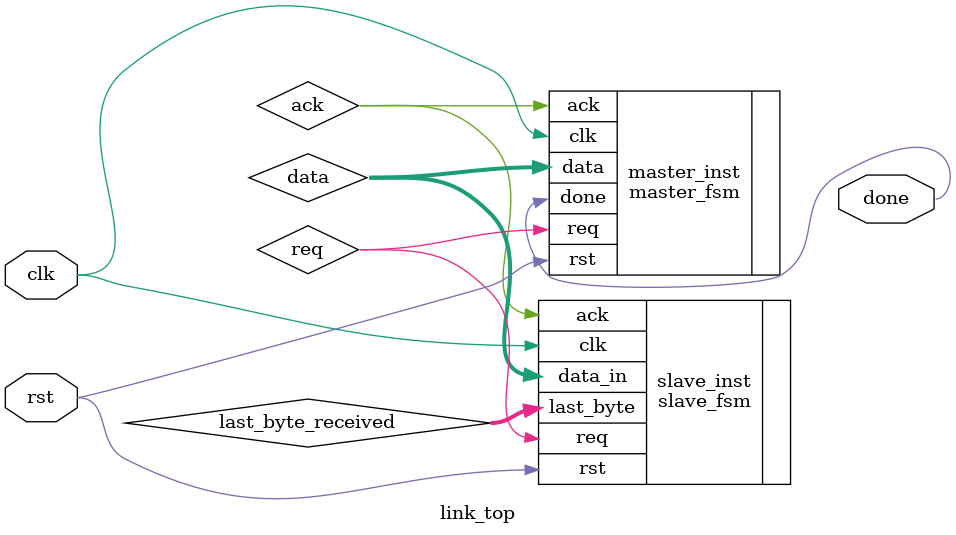
<source format=v>
module link_top(
    input  wire clk,
    input  wire rst,
    output wire done
);

    // Internal wires for handshake and data
    wire        req;
    wire        ack;
    wire [7:0]  data;
    wire [7:0]  last_byte_received; // For observation/debug if needed

    // Instantiate Master FSM
    master_fsm master_inst (
        .clk(clk),
        .rst(rst),
        .ack(ack),
        .req(req),
        .data(data),
        .done(done)
    );

    // Instantiate Slave FSM
    slave_fsm slave_inst (
        .clk(clk),
        .rst(rst),
        .req(req),
        .data_in(data),
        .ack(ack),
        .last_byte(last_byte_received)
    );

endmodule

</source>
